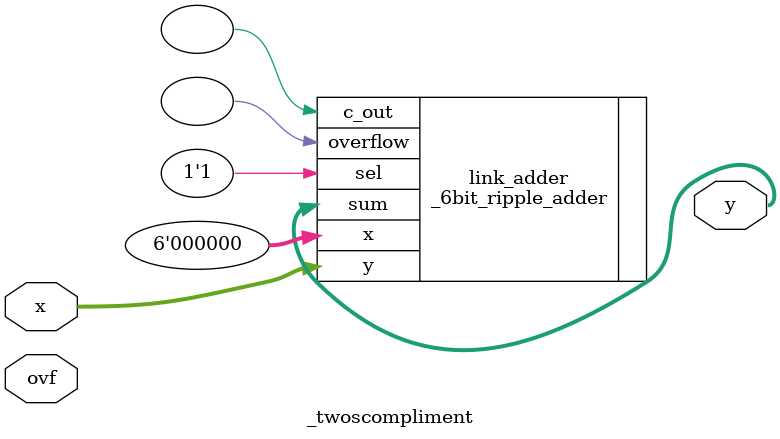
<source format=v>
`timescale 1ns / 1ps


module _twoscompliment(input [5:0] x, input [1:0] ovf, output [5:0] y);
    // Calculate twos compliment by passing x as input y into ripple adder and 0 as input x and performing subtraction
    // This allows us to further reuse the ripple adder module
    _6bit_ripple_adder link_adder(.x(6'b000000), .y(x), .sel(1'b1), .sum(y), .overflow(), .c_out());
endmodule

</source>
